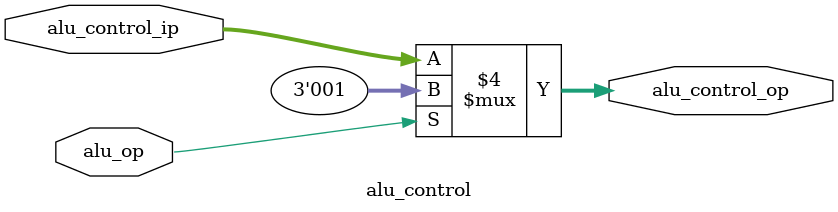
<source format=v>
`timescale 1ns / 1ps


module alu_control(
    input [2:0] alu_control_ip,
    input [0:0] alu_op,
    output reg [2:0] alu_control_op
    );
    
    always@(alu_op) begin
    if (alu_op == 1'b0) begin            
           alu_control_op =  alu_control_ip;             
    end
    else begin
           alu_control_op = 3'b001;
    end 
    end
endmodule

</source>
